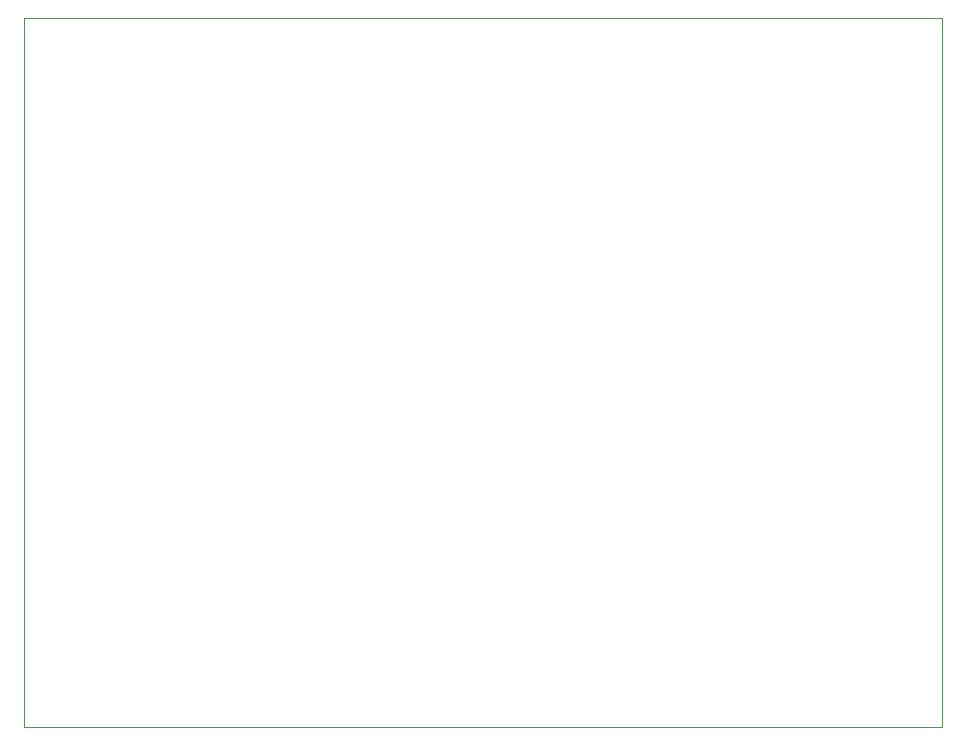
<source format=gbr>
%TF.GenerationSoftware,KiCad,Pcbnew,9.0.5*%
%TF.CreationDate,2025-11-24T15:53:12+01:00*%
%TF.ProjectId,simplified HV amp,73696d70-6c69-4666-9965-642048562061,rev?*%
%TF.SameCoordinates,Original*%
%TF.FileFunction,Profile,NP*%
%FSLAX46Y46*%
G04 Gerber Fmt 4.6, Leading zero omitted, Abs format (unit mm)*
G04 Created by KiCad (PCBNEW 9.0.5) date 2025-11-24 15:53:12*
%MOMM*%
%LPD*%
G01*
G04 APERTURE LIST*
%TA.AperFunction,Profile*%
%ADD10C,0.100000*%
%TD*%
G04 APERTURE END LIST*
D10*
X130690000Y-62050000D02*
X208430000Y-62050000D01*
X208430000Y-122050000D01*
X130690000Y-122050000D01*
X130690000Y-62050000D01*
M02*

</source>
